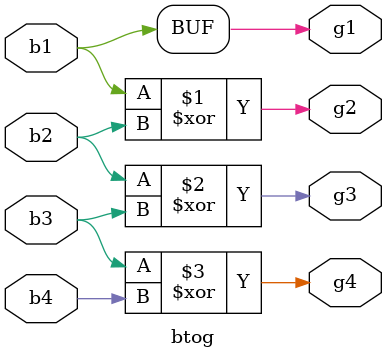
<source format=v>
module btog(output g1,g2,g3,g4 ,input b1,b2,b3,b4);
  buf(g1,b1);
  xor(g2,b1,b2);
  xor(g3,b2,b3);
  xor(g4,b3,b4);
endmodule

</source>
